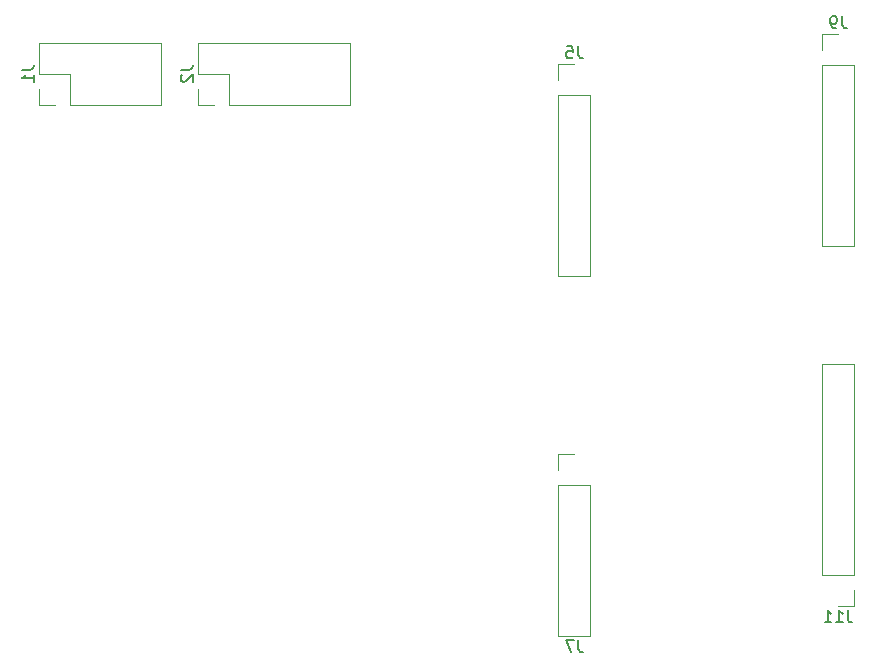
<source format=gbr>
%TF.GenerationSoftware,KiCad,Pcbnew,7.0.10*%
%TF.CreationDate,2024-04-05T15:08:29+02:00*%
%TF.ProjectId,serial-boomerang-shield,73657269-616c-42d6-926f-6f6d6572616e,v0.1*%
%TF.SameCoordinates,Original*%
%TF.FileFunction,Legend,Bot*%
%TF.FilePolarity,Positive*%
%FSLAX46Y46*%
G04 Gerber Fmt 4.6, Leading zero omitted, Abs format (unit mm)*
G04 Created by KiCad (PCBNEW 7.0.10) date 2024-04-05 15:08:29*
%MOMM*%
%LPD*%
G01*
G04 APERTURE LIST*
%ADD10C,0.150000*%
%ADD11C,0.120000*%
G04 APERTURE END LIST*
D10*
X86185333Y-470819D02*
X86185333Y-1185104D01*
X86185333Y-1185104D02*
X86232952Y-1327961D01*
X86232952Y-1327961D02*
X86328190Y-1423200D01*
X86328190Y-1423200D02*
X86471047Y-1470819D01*
X86471047Y-1470819D02*
X86566285Y-1470819D01*
X85661523Y-1470819D02*
X85471047Y-1470819D01*
X85471047Y-1470819D02*
X85375809Y-1423200D01*
X85375809Y-1423200D02*
X85328190Y-1375580D01*
X85328190Y-1375580D02*
X85232952Y-1232723D01*
X85232952Y-1232723D02*
X85185333Y-1042247D01*
X85185333Y-1042247D02*
X85185333Y-661295D01*
X85185333Y-661295D02*
X85232952Y-566057D01*
X85232952Y-566057D02*
X85280571Y-518438D01*
X85280571Y-518438D02*
X85375809Y-470819D01*
X85375809Y-470819D02*
X85566285Y-470819D01*
X85566285Y-470819D02*
X85661523Y-518438D01*
X85661523Y-518438D02*
X85709142Y-566057D01*
X85709142Y-566057D02*
X85756761Y-661295D01*
X85756761Y-661295D02*
X85756761Y-899390D01*
X85756761Y-899390D02*
X85709142Y-994628D01*
X85709142Y-994628D02*
X85661523Y-1042247D01*
X85661523Y-1042247D02*
X85566285Y-1089866D01*
X85566285Y-1089866D02*
X85375809Y-1089866D01*
X85375809Y-1089866D02*
X85280571Y-1042247D01*
X85280571Y-1042247D02*
X85232952Y-994628D01*
X85232952Y-994628D02*
X85185333Y-899390D01*
X86661523Y-50762819D02*
X86661523Y-51477104D01*
X86661523Y-51477104D02*
X86709142Y-51619961D01*
X86709142Y-51619961D02*
X86804380Y-51715200D01*
X86804380Y-51715200D02*
X86947237Y-51762819D01*
X86947237Y-51762819D02*
X87042475Y-51762819D01*
X85661523Y-51762819D02*
X86232951Y-51762819D01*
X85947237Y-51762819D02*
X85947237Y-50762819D01*
X85947237Y-50762819D02*
X86042475Y-50905676D01*
X86042475Y-50905676D02*
X86137713Y-51000914D01*
X86137713Y-51000914D02*
X86232951Y-51048533D01*
X84709142Y-51762819D02*
X85280570Y-51762819D01*
X84994856Y-51762819D02*
X84994856Y-50762819D01*
X84994856Y-50762819D02*
X85090094Y-50905676D01*
X85090094Y-50905676D02*
X85185332Y-51000914D01*
X85185332Y-51000914D02*
X85280570Y-51048533D01*
X63833333Y-53302819D02*
X63833333Y-54017104D01*
X63833333Y-54017104D02*
X63880952Y-54159961D01*
X63880952Y-54159961D02*
X63976190Y-54255200D01*
X63976190Y-54255200D02*
X64119047Y-54302819D01*
X64119047Y-54302819D02*
X64214285Y-54302819D01*
X63452380Y-53302819D02*
X62785714Y-53302819D01*
X62785714Y-53302819D02*
X63214285Y-54302819D01*
X63833333Y-3010819D02*
X63833333Y-3725104D01*
X63833333Y-3725104D02*
X63880952Y-3867961D01*
X63880952Y-3867961D02*
X63976190Y-3963200D01*
X63976190Y-3963200D02*
X64119047Y-4010819D01*
X64119047Y-4010819D02*
X64214285Y-4010819D01*
X62880952Y-3010819D02*
X63357142Y-3010819D01*
X63357142Y-3010819D02*
X63404761Y-3487009D01*
X63404761Y-3487009D02*
X63357142Y-3439390D01*
X63357142Y-3439390D02*
X63261904Y-3391771D01*
X63261904Y-3391771D02*
X63023809Y-3391771D01*
X63023809Y-3391771D02*
X62928571Y-3439390D01*
X62928571Y-3439390D02*
X62880952Y-3487009D01*
X62880952Y-3487009D02*
X62833333Y-3582247D01*
X62833333Y-3582247D02*
X62833333Y-3820342D01*
X62833333Y-3820342D02*
X62880952Y-3915580D01*
X62880952Y-3915580D02*
X62928571Y-3963200D01*
X62928571Y-3963200D02*
X63023809Y-4010819D01*
X63023809Y-4010819D02*
X63261904Y-4010819D01*
X63261904Y-4010819D02*
X63357142Y-3963200D01*
X63357142Y-3963200D02*
X63404761Y-3915580D01*
X30188819Y-5000666D02*
X30903104Y-5000666D01*
X30903104Y-5000666D02*
X31045961Y-4953047D01*
X31045961Y-4953047D02*
X31141200Y-4857809D01*
X31141200Y-4857809D02*
X31188819Y-4714952D01*
X31188819Y-4714952D02*
X31188819Y-4619714D01*
X30284057Y-5429238D02*
X30236438Y-5476857D01*
X30236438Y-5476857D02*
X30188819Y-5572095D01*
X30188819Y-5572095D02*
X30188819Y-5810190D01*
X30188819Y-5810190D02*
X30236438Y-5905428D01*
X30236438Y-5905428D02*
X30284057Y-5953047D01*
X30284057Y-5953047D02*
X30379295Y-6000666D01*
X30379295Y-6000666D02*
X30474533Y-6000666D01*
X30474533Y-6000666D02*
X30617390Y-5953047D01*
X30617390Y-5953047D02*
X31188819Y-5381619D01*
X31188819Y-5381619D02*
X31188819Y-6000666D01*
X16726819Y-5000666D02*
X17441104Y-5000666D01*
X17441104Y-5000666D02*
X17583961Y-4953047D01*
X17583961Y-4953047D02*
X17679200Y-4857809D01*
X17679200Y-4857809D02*
X17726819Y-4714952D01*
X17726819Y-4714952D02*
X17726819Y-4619714D01*
X17726819Y-6000666D02*
X17726819Y-5429238D01*
X17726819Y-5714952D02*
X16726819Y-5714952D01*
X16726819Y-5714952D02*
X16869676Y-5619714D01*
X16869676Y-5619714D02*
X16964914Y-5524476D01*
X16964914Y-5524476D02*
X17012533Y-5429238D01*
D11*
%TO.C,J9*%
X84522000Y-1972000D02*
X84522000Y-3302000D01*
X87182000Y-4572000D02*
X87182000Y-19872000D01*
X85852000Y-1972000D02*
X84522000Y-1972000D01*
X87182000Y-4572000D02*
X84522000Y-4572000D01*
X84522000Y-4572000D02*
X84522000Y-19872000D01*
X87182000Y-19872000D02*
X84522000Y-19872000D01*
%TO.C,J11*%
X87182000Y-50352000D02*
X87182000Y-49022000D01*
X84522000Y-47752000D02*
X87182000Y-47752000D01*
X87182000Y-47752000D02*
X87182000Y-29912000D01*
X84522000Y-29912000D02*
X87182000Y-29912000D01*
X84522000Y-47752000D02*
X84522000Y-29912000D01*
X85852000Y-50352000D02*
X87182000Y-50352000D01*
%TO.C,J7*%
X64830000Y-52892000D02*
X62170000Y-52892000D01*
X64830000Y-40132000D02*
X64830000Y-52892000D01*
X62170000Y-37532000D02*
X62170000Y-38862000D01*
X62170000Y-40132000D02*
X62170000Y-52892000D01*
X64830000Y-40132000D02*
X62170000Y-40132000D01*
X63500000Y-37532000D02*
X62170000Y-37532000D01*
%TO.C,J5*%
X62170000Y-4512000D02*
X62170000Y-5842000D01*
X64830000Y-7112000D02*
X64830000Y-22412000D01*
X63500000Y-4512000D02*
X62170000Y-4512000D01*
X64830000Y-7112000D02*
X62170000Y-7112000D01*
X62170000Y-7112000D02*
X62170000Y-22412000D01*
X64830000Y-22412000D02*
X62170000Y-22412000D01*
%TO.C,J2*%
X31690000Y-2734000D02*
X44510000Y-2734000D01*
X31690000Y-2734000D02*
X31690000Y-5334000D01*
X44510000Y-2734000D02*
X44510000Y-7934000D01*
X31690000Y-6604000D02*
X31690000Y-7934000D01*
X34290000Y-5334000D02*
X34290000Y-7934000D01*
X31690000Y-5334000D02*
X34290000Y-5334000D01*
X31690000Y-7934000D02*
X33020000Y-7934000D01*
X34290000Y-7934000D02*
X44510000Y-7934000D01*
%TO.C,J1*%
X18228000Y-6604000D02*
X18228000Y-7934000D01*
X18228000Y-5334000D02*
X20828000Y-5334000D01*
X28508000Y-2734000D02*
X28508000Y-7934000D01*
X18228000Y-7934000D02*
X19558000Y-7934000D01*
X20828000Y-5334000D02*
X20828000Y-7934000D01*
X18228000Y-2734000D02*
X18228000Y-5334000D01*
X18228000Y-2734000D02*
X28508000Y-2734000D01*
X20828000Y-7934000D02*
X28508000Y-7934000D01*
%TD*%
M02*

</source>
